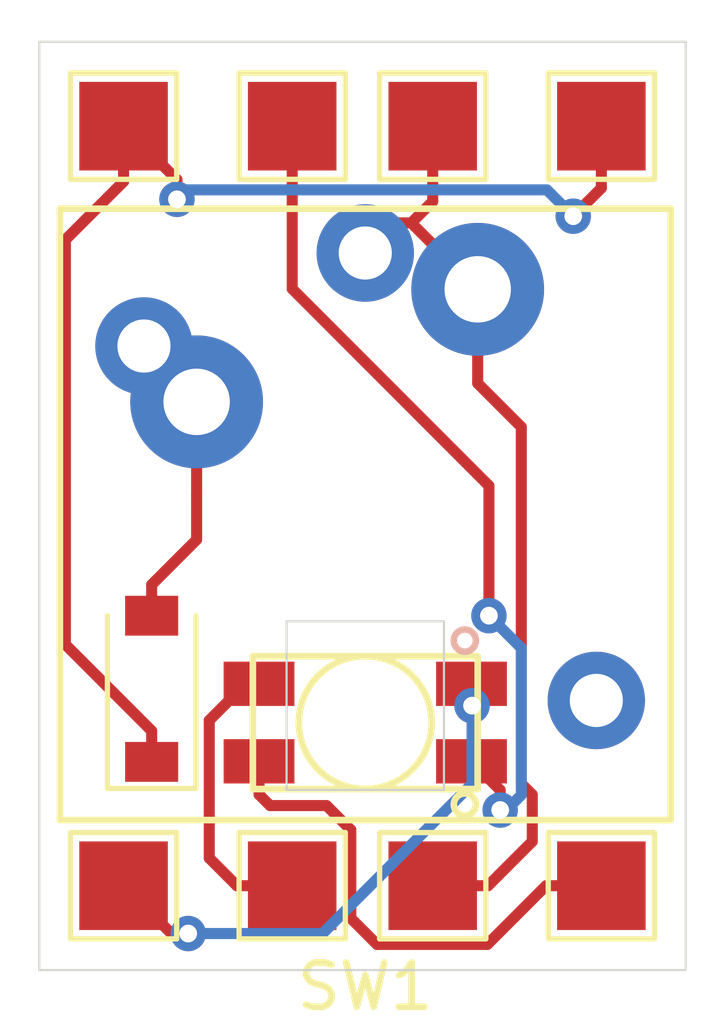
<source format=kicad_pcb>
(kicad_pcb (version 20171130) (host pcbnew 5.1.0)

  (general
    (thickness 1.6)
    (drawings 8)
    (tracks 66)
    (zones 0)
    (modules 11)
    (nets 8)
  )

  (page A4)
  (layers
    (0 F.Cu signal)
    (31 B.Cu signal)
    (32 B.Adhes user)
    (33 F.Adhes user)
    (34 B.Paste user)
    (35 F.Paste user)
    (36 B.SilkS user)
    (37 F.SilkS user)
    (38 B.Mask user)
    (39 F.Mask user)
    (40 Dwgs.User user)
    (41 Cmts.User user)
    (42 Eco1.User user)
    (43 Eco2.User user)
    (44 Edge.Cuts user)
    (45 Margin user)
    (46 B.CrtYd user)
    (47 F.CrtYd user)
    (48 B.Fab user)
    (49 F.Fab user)
  )

  (setup
    (last_trace_width 0.25)
    (trace_clearance 0.2)
    (zone_clearance 0.508)
    (zone_45_only no)
    (trace_min 0.2)
    (via_size 0.8)
    (via_drill 0.4)
    (via_min_size 0.4)
    (via_min_drill 0.3)
    (uvia_size 0.3)
    (uvia_drill 0.1)
    (uvias_allowed no)
    (uvia_min_size 0.2)
    (uvia_min_drill 0.1)
    (edge_width 0.05)
    (segment_width 0.2)
    (pcb_text_width 0.3)
    (pcb_text_size 1.5 1.5)
    (mod_edge_width 0.12)
    (mod_text_size 1 1)
    (mod_text_width 0.15)
    (pad_size 1.524 1.524)
    (pad_drill 0.762)
    (pad_to_mask_clearance 0.051)
    (solder_mask_min_width 0.25)
    (aux_axis_origin 0 0)
    (visible_elements FFFFFF7F)
    (pcbplotparams
      (layerselection 0x010fc_ffffffff)
      (usegerberextensions false)
      (usegerberattributes false)
      (usegerberadvancedattributes false)
      (creategerberjobfile false)
      (excludeedgelayer true)
      (linewidth 0.100000)
      (plotframeref false)
      (viasonmask false)
      (mode 1)
      (useauxorigin false)
      (hpglpennumber 1)
      (hpglpenspeed 20)
      (hpglpendiameter 15.000000)
      (psnegative false)
      (psa4output false)
      (plotreference true)
      (plotvalue true)
      (plotinvisibletext false)
      (padsonsilk false)
      (subtractmaskfromsilk false)
      (outputformat 1)
      (mirror false)
      (drillshape 1)
      (scaleselection 1)
      (outputdirectory ""))
  )

  (net 0 "")
  (net 1 "Net-(D1-Pad2)")
  (net 2 "Net-(D1-Pad1)")
  (net 3 "Net-(SW1-Pad2)")
  (net 4 "Net-(TP1-Pad1)")
  (net 5 "Net-(TP2-Pad1)")
  (net 6 "Net-(TP3-Pad1)")
  (net 7 "Net-(TP8-Pad1)")

  (net_class Default "This is the default net class."
    (clearance 0.2)
    (trace_width 0.25)
    (via_dia 0.8)
    (via_drill 0.4)
    (uvia_dia 0.3)
    (uvia_drill 0.1)
    (add_net "Net-(D1-Pad1)")
    (add_net "Net-(D1-Pad2)")
    (add_net "Net-(SW1-Pad2)")
    (add_net "Net-(TP1-Pad1)")
    (add_net "Net-(TP2-Pad1)")
    (add_net "Net-(TP3-Pad1)")
    (add_net "Net-(TP8-Pad1)")
  )

  (module folivora:SK6812MINI_rev (layer F.Cu) (tedit 5C9E38F5) (tstamp 5C9E9B67)
    (at 121.031 92.202)
    (path /5C9EA580)
    (fp_text reference U1 (at 0 -2.5) (layer F.SilkS) hide
      (effects (font (size 1 1) (thickness 0.15)))
    )
    (fp_text value SK6812 (at -0.3 2.7) (layer F.Fab) hide
      (effects (font (size 1 1) (thickness 0.15)))
    )
    (fp_line (start 1.75 2.25) (end -1.75 2.25) (layer F.Fab) (width 0.15))
    (fp_line (start -1.75 -2.25) (end 1.75 -2.25) (layer F.Fab) (width 0.15))
    (fp_line (start 1.75 -2.25) (end 1.75 2.25) (layer F.Fab) (width 0.15))
    (fp_line (start -1.75 -2.25) (end -1.75 2.25) (layer F.Fab) (width 0.15))
    (fp_circle (center 2.25 -1.85) (end 2.25 -2.1) (layer B.SilkS) (width 0.15))
    (fp_circle (center 2.25 1.85) (end 2.25 1.6) (layer F.SilkS) (width 0.15))
    (pad 4 smd rect (at 2.4 0.875) (size 1.6 1) (layers F.Cu F.Paste F.Mask)
      (net 7 "Net-(TP8-Pad1)"))
    (pad 3 smd rect (at 2.4 -0.875) (size 1.6 1) (layers F.Cu F.Paste F.Mask)
      (net 5 "Net-(TP2-Pad1)"))
    (pad 1 smd rect (at -2.4 0.875) (size 1.6 1) (layers F.Cu F.Paste F.Mask)
      (net 6 "Net-(TP3-Pad1)"))
    (pad 2 smd rect (at -2.4 -0.875) (size 1.6 1) (layers F.Cu F.Paste F.Mask)
      (net 4 "Net-(TP1-Pad1)"))
  )

  (module folivora:MX_KailhLP (layer F.Cu) (tedit 5C9E32BA) (tstamp 5C9E843C)
    (at 121.031 87.503)
    (path /5C9E341B)
    (fp_text reference SW1 (at 0 10.66) (layer F.SilkS)
      (effects (font (size 1 1) (thickness 0.15)))
    )
    (fp_text value Key (at 0 7.62) (layer F.Fab)
      (effects (font (size 1 1) (thickness 0.15)))
    )
    (fp_line (start -6.9 -6.9) (end -6.9 6.9) (layer F.SilkS) (width 0.15))
    (fp_line (start 6.9 6.9) (end -6.9 6.9) (layer F.SilkS) (width 0.15))
    (fp_line (start 6.9 -6.9) (end 6.9 6.9) (layer F.SilkS) (width 0.15))
    (fp_line (start 6.9 -6.9) (end -6.9 -6.9) (layer F.SilkS) (width 0.15))
    (fp_line (start 2.54 3.2) (end 0 3.2) (layer F.SilkS) (width 0.15))
    (fp_line (start 2.54 6.2) (end 2.54 3.2) (layer F.SilkS) (width 0.15))
    (fp_line (start 0 6.2) (end 2.54 6.2) (layer F.SilkS) (width 0.15))
    (fp_line (start -2.54 6.2) (end 0 6.2) (layer F.SilkS) (width 0.15))
    (fp_line (start -2.54 3.2) (end -2.54 6.2) (layer F.SilkS) (width 0.15))
    (fp_line (start 0 3.2) (end -2.54 3.2) (layer F.SilkS) (width 0.15))
    (fp_circle (center 0 4.7) (end 1.5 4.7) (layer F.SilkS) (width 0.15))
    (pad "" thru_hole circle (at 5.22 4.2) (size 2.2 2.2) (drill 1.2) (layers *.Cu *.Mask))
    (pad 1 thru_hole circle (at -5 -3.8) (size 2.2 2.2) (drill 1.2) (layers *.Cu *.Mask)
      (net 1 "Net-(D1-Pad2)"))
    (pad 2 thru_hole circle (at 0 -5.9) (size 2.2 2.2) (drill 1.2) (layers *.Cu *.Mask)
      (net 3 "Net-(SW1-Pad2)"))
    (pad "" np_thru_hole circle (at -5.5 0) (size 1.9 1.9) (drill 1.9) (layers *.Cu *.Mask))
    (pad "" np_thru_hole circle (at 5.5 0) (size 1.9 1.9) (drill 1.9) (layers *.Cu *.Mask))
    (pad 2 thru_hole circle (at 2.54 -5.08) (size 3 3) (drill 1.5) (layers *.Cu *.Mask)
      (net 3 "Net-(SW1-Pad2)"))
    (pad 1 thru_hole circle (at -3.81 -2.54) (size 3 3) (drill 1.5) (layers *.Cu *.Mask)
      (net 1 "Net-(D1-Pad2)"))
    (pad "" np_thru_hole circle (at 5.08 0) (size 1.7 1.7) (drill 1.7) (layers *.Cu *.Mask))
    (pad "" np_thru_hole circle (at -5.08 0) (size 1.7 1.7) (drill 1.7) (layers *.Cu *.Mask))
    (pad "" np_thru_hole circle (at 0 0) (size 4 4) (drill 4) (layers *.Cu *.Mask))
  )

  (module TestPoint:TestPoint_Pad_2.0x2.0mm (layer F.Cu) (tedit 5A0F774F) (tstamp 5C9E84AC)
    (at 119.38 78.74)
    (descr "SMD rectangular pad as test Point, square 2.0mm side length")
    (tags "test point SMD pad rectangle square")
    (path /5C9EC86A)
    (attr virtual)
    (fp_text reference TP8 (at 0 -1.998) (layer F.Fab)
      (effects (font (size 1 1) (thickness 0.15)))
    )
    (fp_text value DOUT (at 0 2.05) (layer F.Fab)
      (effects (font (size 1 1) (thickness 0.15)))
    )
    (fp_line (start 1.5 1.5) (end -1.5 1.5) (layer F.CrtYd) (width 0.05))
    (fp_line (start 1.5 1.5) (end 1.5 -1.5) (layer F.CrtYd) (width 0.05))
    (fp_line (start -1.5 -1.5) (end -1.5 1.5) (layer F.CrtYd) (width 0.05))
    (fp_line (start -1.5 -1.5) (end 1.5 -1.5) (layer F.CrtYd) (width 0.05))
    (fp_line (start -1.2 1.2) (end -1.2 -1.2) (layer F.SilkS) (width 0.12))
    (fp_line (start 1.2 1.2) (end -1.2 1.2) (layer F.SilkS) (width 0.12))
    (fp_line (start 1.2 -1.2) (end 1.2 1.2) (layer F.SilkS) (width 0.12))
    (fp_line (start -1.2 -1.2) (end 1.2 -1.2) (layer F.SilkS) (width 0.12))
    (fp_text user %R (at 0 -2) (layer F.Fab)
      (effects (font (size 1 1) (thickness 0.15)))
    )
    (pad 1 smd rect (at 0 0) (size 2 2) (layers F.Cu F.Mask)
      (net 7 "Net-(TP8-Pad1)"))
  )

  (module TestPoint:TestPoint_Pad_2.0x2.0mm (layer F.Cu) (tedit 5A0F774F) (tstamp 5C9E849E)
    (at 115.57 78.74)
    (descr "SMD rectangular pad as test Point, square 2.0mm side length")
    (tags "test point SMD pad rectangle square")
    (path /5C9E6E69)
    (attr virtual)
    (fp_text reference TP7 (at 0 -1.998) (layer F.Fab)
      (effects (font (size 1 1) (thickness 0.15)))
    )
    (fp_text value SELECT (at 0 2.05) (layer F.Fab)
      (effects (font (size 1 1) (thickness 0.15)))
    )
    (fp_line (start 1.5 1.5) (end -1.5 1.5) (layer F.CrtYd) (width 0.05))
    (fp_line (start 1.5 1.5) (end 1.5 -1.5) (layer F.CrtYd) (width 0.05))
    (fp_line (start -1.5 -1.5) (end -1.5 1.5) (layer F.CrtYd) (width 0.05))
    (fp_line (start -1.5 -1.5) (end 1.5 -1.5) (layer F.CrtYd) (width 0.05))
    (fp_line (start -1.2 1.2) (end -1.2 -1.2) (layer F.SilkS) (width 0.12))
    (fp_line (start 1.2 1.2) (end -1.2 1.2) (layer F.SilkS) (width 0.12))
    (fp_line (start 1.2 -1.2) (end 1.2 1.2) (layer F.SilkS) (width 0.12))
    (fp_line (start -1.2 -1.2) (end 1.2 -1.2) (layer F.SilkS) (width 0.12))
    (fp_text user %R (at 0 -2) (layer F.Fab)
      (effects (font (size 1 1) (thickness 0.15)))
    )
    (pad 1 smd rect (at 0 0) (size 2 2) (layers F.Cu F.Mask)
      (net 2 "Net-(D1-Pad1)"))
  )

  (module TestPoint:TestPoint_Pad_2.0x2.0mm (layer F.Cu) (tedit 5A0F774F) (tstamp 5C9E8490)
    (at 126.365 78.74)
    (descr "SMD rectangular pad as test Point, square 2.0mm side length")
    (tags "test point SMD pad rectangle square")
    (path /5C9E6A62)
    (attr virtual)
    (fp_text reference TP6 (at 0 -1.998) (layer F.Fab)
      (effects (font (size 1 1) (thickness 0.15)))
    )
    (fp_text value SELECT (at 0 2.05) (layer F.Fab)
      (effects (font (size 1 1) (thickness 0.15)))
    )
    (fp_line (start 1.5 1.5) (end -1.5 1.5) (layer F.CrtYd) (width 0.05))
    (fp_line (start 1.5 1.5) (end 1.5 -1.5) (layer F.CrtYd) (width 0.05))
    (fp_line (start -1.5 -1.5) (end -1.5 1.5) (layer F.CrtYd) (width 0.05))
    (fp_line (start -1.5 -1.5) (end 1.5 -1.5) (layer F.CrtYd) (width 0.05))
    (fp_line (start -1.2 1.2) (end -1.2 -1.2) (layer F.SilkS) (width 0.12))
    (fp_line (start 1.2 1.2) (end -1.2 1.2) (layer F.SilkS) (width 0.12))
    (fp_line (start 1.2 -1.2) (end 1.2 1.2) (layer F.SilkS) (width 0.12))
    (fp_line (start -1.2 -1.2) (end 1.2 -1.2) (layer F.SilkS) (width 0.12))
    (fp_text user %R (at 0 -2) (layer F.Fab)
      (effects (font (size 1 1) (thickness 0.15)))
    )
    (pad 1 smd rect (at 0 0) (size 2 2) (layers F.Cu F.Mask)
      (net 2 "Net-(D1-Pad1)"))
  )

  (module TestPoint:TestPoint_Pad_2.0x2.0mm (layer F.Cu) (tedit 5A0F774F) (tstamp 5C9E8482)
    (at 122.555 78.74)
    (descr "SMD rectangular pad as test Point, square 2.0mm side length")
    (tags "test point SMD pad rectangle square")
    (path /5C9E55BB)
    (attr virtual)
    (fp_text reference TP5 (at 0 -1.998) (layer F.Fab)
      (effects (font (size 1 1) (thickness 0.15)))
    )
    (fp_text value READ (at 0 2.05) (layer F.Fab)
      (effects (font (size 1 1) (thickness 0.15)))
    )
    (fp_line (start 1.5 1.5) (end -1.5 1.5) (layer F.CrtYd) (width 0.05))
    (fp_line (start 1.5 1.5) (end 1.5 -1.5) (layer F.CrtYd) (width 0.05))
    (fp_line (start -1.5 -1.5) (end -1.5 1.5) (layer F.CrtYd) (width 0.05))
    (fp_line (start -1.5 -1.5) (end 1.5 -1.5) (layer F.CrtYd) (width 0.05))
    (fp_line (start -1.2 1.2) (end -1.2 -1.2) (layer F.SilkS) (width 0.12))
    (fp_line (start 1.2 1.2) (end -1.2 1.2) (layer F.SilkS) (width 0.12))
    (fp_line (start 1.2 -1.2) (end 1.2 1.2) (layer F.SilkS) (width 0.12))
    (fp_line (start -1.2 -1.2) (end 1.2 -1.2) (layer F.SilkS) (width 0.12))
    (fp_text user %R (at 0 -2) (layer F.Fab)
      (effects (font (size 1 1) (thickness 0.15)))
    )
    (pad 1 smd rect (at 0 0) (size 2 2) (layers F.Cu F.Mask)
      (net 3 "Net-(SW1-Pad2)"))
  )

  (module TestPoint:TestPoint_Pad_2.0x2.0mm (layer F.Cu) (tedit 5A0F774F) (tstamp 5C9E8474)
    (at 122.555 95.885)
    (descr "SMD rectangular pad as test Point, square 2.0mm side length")
    (tags "test point SMD pad rectangle square")
    (path /5C9E59D7)
    (attr virtual)
    (fp_text reference TP4 (at 0 -1.998) (layer F.Fab)
      (effects (font (size 1 1) (thickness 0.15)))
    )
    (fp_text value READ (at 0 2.05) (layer F.Fab)
      (effects (font (size 1 1) (thickness 0.15)))
    )
    (fp_line (start 1.5 1.5) (end -1.5 1.5) (layer F.CrtYd) (width 0.05))
    (fp_line (start 1.5 1.5) (end 1.5 -1.5) (layer F.CrtYd) (width 0.05))
    (fp_line (start -1.5 -1.5) (end -1.5 1.5) (layer F.CrtYd) (width 0.05))
    (fp_line (start -1.5 -1.5) (end 1.5 -1.5) (layer F.CrtYd) (width 0.05))
    (fp_line (start -1.2 1.2) (end -1.2 -1.2) (layer F.SilkS) (width 0.12))
    (fp_line (start 1.2 1.2) (end -1.2 1.2) (layer F.SilkS) (width 0.12))
    (fp_line (start 1.2 -1.2) (end 1.2 1.2) (layer F.SilkS) (width 0.12))
    (fp_line (start -1.2 -1.2) (end 1.2 -1.2) (layer F.SilkS) (width 0.12))
    (fp_text user %R (at 0 -2) (layer F.Fab)
      (effects (font (size 1 1) (thickness 0.15)))
    )
    (pad 1 smd rect (at 0 0) (size 2 2) (layers F.Cu F.Mask)
      (net 3 "Net-(SW1-Pad2)"))
  )

  (module TestPoint:TestPoint_Pad_2.0x2.0mm (layer F.Cu) (tedit 5A0F774F) (tstamp 5C9E8466)
    (at 126.365 95.885)
    (descr "SMD rectangular pad as test Point, square 2.0mm side length")
    (tags "test point SMD pad rectangle square")
    (path /5C9EBCAB)
    (attr virtual)
    (fp_text reference TP3 (at 0 -1.998) (layer F.Fab)
      (effects (font (size 1 1) (thickness 0.15)))
    )
    (fp_text value GND (at 0 2.05) (layer F.Fab)
      (effects (font (size 1 1) (thickness 0.15)))
    )
    (fp_line (start 1.5 1.5) (end -1.5 1.5) (layer F.CrtYd) (width 0.05))
    (fp_line (start 1.5 1.5) (end 1.5 -1.5) (layer F.CrtYd) (width 0.05))
    (fp_line (start -1.5 -1.5) (end -1.5 1.5) (layer F.CrtYd) (width 0.05))
    (fp_line (start -1.5 -1.5) (end 1.5 -1.5) (layer F.CrtYd) (width 0.05))
    (fp_line (start -1.2 1.2) (end -1.2 -1.2) (layer F.SilkS) (width 0.12))
    (fp_line (start 1.2 1.2) (end -1.2 1.2) (layer F.SilkS) (width 0.12))
    (fp_line (start 1.2 -1.2) (end 1.2 1.2) (layer F.SilkS) (width 0.12))
    (fp_line (start -1.2 -1.2) (end 1.2 -1.2) (layer F.SilkS) (width 0.12))
    (fp_text user %R (at 0 -2) (layer F.Fab)
      (effects (font (size 1 1) (thickness 0.15)))
    )
    (pad 1 smd rect (at 0 0) (size 2 2) (layers F.Cu F.Mask)
      (net 6 "Net-(TP3-Pad1)"))
  )

  (module TestPoint:TestPoint_Pad_2.0x2.0mm (layer F.Cu) (tedit 5A0F774F) (tstamp 5C9E8458)
    (at 115.57 95.885)
    (descr "SMD rectangular pad as test Point, square 2.0mm side length")
    (tags "test point SMD pad rectangle square")
    (path /5C9EB8C2)
    (attr virtual)
    (fp_text reference TP2 (at 0 -1.998) (layer F.Fab)
      (effects (font (size 1 1) (thickness 0.15)))
    )
    (fp_text value Vdd (at 0 2.05) (layer F.Fab)
      (effects (font (size 1 1) (thickness 0.15)))
    )
    (fp_line (start 1.5 1.5) (end -1.5 1.5) (layer F.CrtYd) (width 0.05))
    (fp_line (start 1.5 1.5) (end 1.5 -1.5) (layer F.CrtYd) (width 0.05))
    (fp_line (start -1.5 -1.5) (end -1.5 1.5) (layer F.CrtYd) (width 0.05))
    (fp_line (start -1.5 -1.5) (end 1.5 -1.5) (layer F.CrtYd) (width 0.05))
    (fp_line (start -1.2 1.2) (end -1.2 -1.2) (layer F.SilkS) (width 0.12))
    (fp_line (start 1.2 1.2) (end -1.2 1.2) (layer F.SilkS) (width 0.12))
    (fp_line (start 1.2 -1.2) (end 1.2 1.2) (layer F.SilkS) (width 0.12))
    (fp_line (start -1.2 -1.2) (end 1.2 -1.2) (layer F.SilkS) (width 0.12))
    (fp_text user %R (at 0 -2) (layer F.Fab)
      (effects (font (size 1 1) (thickness 0.15)))
    )
    (pad 1 smd rect (at 0 0) (size 2 2) (layers F.Cu F.Mask)
      (net 5 "Net-(TP2-Pad1)"))
  )

  (module TestPoint:TestPoint_Pad_2.0x2.0mm (layer F.Cu) (tedit 5A0F774F) (tstamp 5C9E844A)
    (at 119.38 95.885)
    (descr "SMD rectangular pad as test Point, square 2.0mm side length")
    (tags "test point SMD pad rectangle square")
    (path /5C9EC24F)
    (attr virtual)
    (fp_text reference TP1 (at 0 -1.998) (layer F.Fab)
      (effects (font (size 1 1) (thickness 0.15)))
    )
    (fp_text value DIN (at 0 2.05) (layer F.Fab)
      (effects (font (size 1 1) (thickness 0.15)))
    )
    (fp_line (start 1.5 1.5) (end -1.5 1.5) (layer F.CrtYd) (width 0.05))
    (fp_line (start 1.5 1.5) (end 1.5 -1.5) (layer F.CrtYd) (width 0.05))
    (fp_line (start -1.5 -1.5) (end -1.5 1.5) (layer F.CrtYd) (width 0.05))
    (fp_line (start -1.5 -1.5) (end 1.5 -1.5) (layer F.CrtYd) (width 0.05))
    (fp_line (start -1.2 1.2) (end -1.2 -1.2) (layer F.SilkS) (width 0.12))
    (fp_line (start 1.2 1.2) (end -1.2 1.2) (layer F.SilkS) (width 0.12))
    (fp_line (start 1.2 -1.2) (end 1.2 1.2) (layer F.SilkS) (width 0.12))
    (fp_line (start -1.2 -1.2) (end 1.2 -1.2) (layer F.SilkS) (width 0.12))
    (fp_text user %R (at 0 -2) (layer F.Fab)
      (effects (font (size 1 1) (thickness 0.15)))
    )
    (pad 1 smd rect (at 0 0) (size 2 2) (layers F.Cu F.Mask)
      (net 4 "Net-(TP1-Pad1)"))
  )

  (module Diode_SMD:D_SOD-123 (layer F.Cu) (tedit 58645DC7) (tstamp 5C9E8423)
    (at 116.205 91.44 90)
    (descr SOD-123)
    (tags SOD-123)
    (path /5C9E3741)
    (attr smd)
    (fp_text reference D1 (at 0 -2 90) (layer F.Fab)
      (effects (font (size 1 1) (thickness 0.15)))
    )
    (fp_text value D (at 0 2.1 90) (layer F.Fab)
      (effects (font (size 1 1) (thickness 0.15)))
    )
    (fp_line (start -2.25 -1) (end 1.65 -1) (layer F.SilkS) (width 0.12))
    (fp_line (start -2.25 1) (end 1.65 1) (layer F.SilkS) (width 0.12))
    (fp_line (start -2.35 -1.15) (end -2.35 1.15) (layer F.CrtYd) (width 0.05))
    (fp_line (start 2.35 1.15) (end -2.35 1.15) (layer F.CrtYd) (width 0.05))
    (fp_line (start 2.35 -1.15) (end 2.35 1.15) (layer F.CrtYd) (width 0.05))
    (fp_line (start -2.35 -1.15) (end 2.35 -1.15) (layer F.CrtYd) (width 0.05))
    (fp_line (start -1.4 -0.9) (end 1.4 -0.9) (layer F.Fab) (width 0.1))
    (fp_line (start 1.4 -0.9) (end 1.4 0.9) (layer F.Fab) (width 0.1))
    (fp_line (start 1.4 0.9) (end -1.4 0.9) (layer F.Fab) (width 0.1))
    (fp_line (start -1.4 0.9) (end -1.4 -0.9) (layer F.Fab) (width 0.1))
    (fp_line (start -0.75 0) (end -0.35 0) (layer F.Fab) (width 0.1))
    (fp_line (start -0.35 0) (end -0.35 -0.55) (layer F.Fab) (width 0.1))
    (fp_line (start -0.35 0) (end -0.35 0.55) (layer F.Fab) (width 0.1))
    (fp_line (start -0.35 0) (end 0.25 -0.4) (layer F.Fab) (width 0.1))
    (fp_line (start 0.25 -0.4) (end 0.25 0.4) (layer F.Fab) (width 0.1))
    (fp_line (start 0.25 0.4) (end -0.35 0) (layer F.Fab) (width 0.1))
    (fp_line (start 0.25 0) (end 0.75 0) (layer F.Fab) (width 0.1))
    (fp_line (start -2.25 -1) (end -2.25 1) (layer F.SilkS) (width 0.12))
    (fp_text user %R (at 0 -2 90) (layer F.Fab)
      (effects (font (size 1 1) (thickness 0.15)))
    )
    (pad 2 smd rect (at 1.65 0 90) (size 0.9 1.2) (layers F.Cu F.Paste F.Mask)
      (net 1 "Net-(D1-Pad2)"))
    (pad 1 smd rect (at -1.65 0 90) (size 0.9 1.2) (layers F.Cu F.Paste F.Mask)
      (net 2 "Net-(D1-Pad1)"))
    (model ${KISYS3DMOD}/Diode_SMD.3dshapes/D_SOD-123.wrl
      (at (xyz 0 0 0))
      (scale (xyz 1 1 1))
      (rotate (xyz 0 0 0))
    )
  )

  (gr_line (start 119.253 93.726) (end 119.253 89.916) (layer Edge.Cuts) (width 0.05) (tstamp 5C9E8C82))
  (gr_line (start 122.809 93.726) (end 119.253 93.726) (layer Edge.Cuts) (width 0.05))
  (gr_line (start 122.809 89.916) (end 122.809 93.726) (layer Edge.Cuts) (width 0.05))
  (gr_line (start 119.253 89.916) (end 122.809 89.916) (layer Edge.Cuts) (width 0.05))
  (gr_line (start 113.665 76.835) (end 128.27 76.835) (layer Edge.Cuts) (width 0.05) (tstamp 5C9E89FA))
  (gr_line (start 113.665 97.79) (end 113.665 76.835) (layer Edge.Cuts) (width 0.05))
  (gr_line (start 128.27 97.79) (end 113.665 97.79) (layer Edge.Cuts) (width 0.05))
  (gr_line (start 128.27 76.835) (end 128.27 97.79) (layer Edge.Cuts) (width 0.05))

  (segment (start 117.221 88.074) (end 117.221 87.08432) (width 0.25) (layer F.Cu) (net 1))
  (segment (start 117.221 87.08432) (end 117.221 84.963) (width 0.25) (layer F.Cu) (net 1))
  (segment (start 116.205 89.09) (end 117.221 88.074) (width 0.25) (layer F.Cu) (net 1))
  (segment (start 116.205 89.79) (end 116.205 89.09) (width 0.25) (layer F.Cu) (net 1))
  (segment (start 117.221 84.893) (end 116.031 83.703) (width 0.25) (layer F.Cu) (net 1))
  (segment (start 117.221 84.963) (end 117.221 84.893) (width 0.25) (layer F.Cu) (net 1))
  (segment (start 114.255999 81.304001) (end 114.255999 90.440999) (width 0.25) (layer F.Cu) (net 2))
  (segment (start 116.205 92.39) (end 116.205 93.09) (width 0.25) (layer F.Cu) (net 2))
  (segment (start 115.57 79.99) (end 114.255999 81.304001) (width 0.25) (layer F.Cu) (net 2))
  (segment (start 114.255999 90.440999) (end 116.205 92.39) (width 0.25) (layer F.Cu) (net 2))
  (segment (start 115.57 78.74) (end 115.57 79.99) (width 0.25) (layer F.Cu) (net 2))
  (via (at 125.73 80.772) (size 0.8) (drill 0.4) (layers F.Cu B.Cu) (net 2))
  (segment (start 126.365 78.74) (end 126.365 80.137) (width 0.25) (layer F.Cu) (net 2))
  (segment (start 126.365 80.137) (end 125.73 80.772) (width 0.25) (layer F.Cu) (net 2))
  (via (at 116.7765 80.391) (size 0.8) (drill 0.4) (layers F.Cu B.Cu) (net 2))
  (segment (start 116.989501 80.177999) (end 116.7765 80.391) (width 0.25) (layer B.Cu) (net 2))
  (segment (start 125.73 80.772) (end 125.135999 80.177999) (width 0.25) (layer B.Cu) (net 2))
  (segment (start 125.135999 80.177999) (end 116.989501 80.177999) (width 0.25) (layer B.Cu) (net 2))
  (segment (start 116.7765 79.9465) (end 115.57 78.74) (width 0.25) (layer F.Cu) (net 2))
  (segment (start 116.7765 80.391) (end 116.7765 79.9465) (width 0.25) (layer F.Cu) (net 2))
  (segment (start 121.710999 80.923001) (end 121.031 81.603) (width 0.25) (layer F.Cu) (net 3))
  (segment (start 122.071001 80.923001) (end 121.710999 80.923001) (width 0.25) (layer F.Cu) (net 3))
  (segment (start 123.571 82.423) (end 122.071001 80.923001) (width 0.25) (layer F.Cu) (net 3))
  (segment (start 122.555 80.439002) (end 122.555 78.74) (width 0.25) (layer F.Cu) (net 3))
  (segment (start 122.071001 80.923001) (end 122.555 80.439002) (width 0.25) (layer F.Cu) (net 3))
  (segment (start 122.555 95.885) (end 123.805 95.885) (width 0.25) (layer F.Cu) (net 3))
  (segment (start 123.805 95.885) (end 124.804001 94.885999) (width 0.25) (layer F.Cu) (net 3))
  (segment (start 124.804001 94.885999) (end 124.804001 93.829001) (width 0.25) (layer F.Cu) (net 3))
  (segment (start 124.804001 93.829001) (end 124.556001 93.581001) (width 0.25) (layer F.Cu) (net 3))
  (segment (start 124.556001 85.529321) (end 123.571 84.54432) (width 0.25) (layer F.Cu) (net 3))
  (segment (start 124.556001 93.581001) (end 124.556001 85.529321) (width 0.25) (layer F.Cu) (net 3))
  (segment (start 123.571 84.54432) (end 123.571 82.423) (width 0.25) (layer F.Cu) (net 3))
  (segment (start 118.331 91.327) (end 118.631 91.327) (width 0.25) (layer F.Cu) (net 4))
  (segment (start 117.505999 92.152001) (end 118.331 91.327) (width 0.25) (layer F.Cu) (net 4))
  (segment (start 118.13 95.885) (end 117.505999 95.260999) (width 0.25) (layer F.Cu) (net 4))
  (segment (start 117.505999 95.260999) (end 117.505999 92.152001) (width 0.25) (layer F.Cu) (net 4))
  (segment (start 119.38 95.885) (end 118.13 95.885) (width 0.25) (layer F.Cu) (net 4))
  (via (at 123.444 91.821) (size 0.8) (drill 0.4) (layers F.Cu B.Cu) (net 5))
  (segment (start 123.431 91.327) (end 123.431 91.808) (width 0.25) (layer F.Cu) (net 5))
  (segment (start 123.431 91.808) (end 123.444 91.821) (width 0.25) (layer F.Cu) (net 5))
  (via (at 117.0305 96.9645) (size 0.8) (drill 0.4) (layers F.Cu B.Cu) (net 5))
  (segment (start 123.444 91.821) (end 123.444 93.585988) (width 0.25) (layer B.Cu) (net 5))
  (segment (start 120.065488 96.9645) (end 117.0305 96.9645) (width 0.25) (layer B.Cu) (net 5))
  (segment (start 123.444 93.585988) (end 120.065488 96.9645) (width 0.25) (layer B.Cu) (net 5))
  (segment (start 116.6495 96.9645) (end 115.57 95.885) (width 0.25) (layer F.Cu) (net 5))
  (segment (start 117.0305 96.9645) (end 116.6495 96.9645) (width 0.25) (layer F.Cu) (net 5))
  (segment (start 118.631 93.827) (end 118.631 93.077) (width 0.25) (layer F.Cu) (net 6))
  (segment (start 118.88001 94.07601) (end 118.631 93.827) (width 0.25) (layer F.Cu) (net 6))
  (segment (start 120.156012 94.07601) (end 118.88001 94.07601) (width 0.25) (layer F.Cu) (net 6))
  (segment (start 120.705001 94.624999) (end 120.156012 94.07601) (width 0.25) (layer F.Cu) (net 6))
  (segment (start 120.705001 96.620003) (end 120.705001 94.624999) (width 0.25) (layer F.Cu) (net 6))
  (segment (start 121.294999 97.210001) (end 120.705001 96.620003) (width 0.25) (layer F.Cu) (net 6))
  (segment (start 123.789999 97.210001) (end 121.294999 97.210001) (width 0.25) (layer F.Cu) (net 6))
  (segment (start 125.115 95.885) (end 123.789999 97.210001) (width 0.25) (layer F.Cu) (net 6))
  (segment (start 126.365 95.885) (end 125.115 95.885) (width 0.25) (layer F.Cu) (net 6))
  (via (at 124.079 94.177002) (size 0.8) (drill 0.4) (layers F.Cu B.Cu) (net 7))
  (segment (start 124.079 93.725) (end 123.431 93.077) (width 0.25) (layer F.Cu) (net 7))
  (segment (start 124.079 94.177002) (end 124.079 93.725) (width 0.25) (layer F.Cu) (net 7))
  (segment (start 124.556001 93.837001) (end 124.216 94.177002) (width 0.25) (layer B.Cu) (net 7))
  (segment (start 123.825 86.855998) (end 123.825 89.789) (width 0.25) (layer F.Cu) (net 7))
  (segment (start 119.38 82.410998) (end 123.825 86.855998) (width 0.25) (layer F.Cu) (net 7))
  (segment (start 124.556001 90.520001) (end 124.556001 93.837001) (width 0.25) (layer B.Cu) (net 7))
  (via (at 123.825 89.789) (size 0.8) (drill 0.4) (layers F.Cu B.Cu) (net 7))
  (segment (start 124.216 94.177002) (end 124.079 94.177002) (width 0.25) (layer B.Cu) (net 7))
  (segment (start 119.38 78.74) (end 119.38 82.410998) (width 0.25) (layer F.Cu) (net 7))
  (segment (start 123.825 89.789) (end 124.556001 90.520001) (width 0.25) (layer B.Cu) (net 7))

  (zone (net 6) (net_name "Net-(TP3-Pad1)") (layer B.Cu) (tstamp 5C9E9BB8) (hatch edge 0.508)
    (connect_pads (clearance 0.508))
    (min_thickness 0.254)
    (fill yes (arc_segments 32) (thermal_gap 0.508) (thermal_bridge_width 0.508))
    (polygon
      (pts
        (xy 128.27 76.835) (xy 128.27 97.79) (xy 113.665 97.79) (xy 113.665 76.835)
      )
    )
  )
)

</source>
